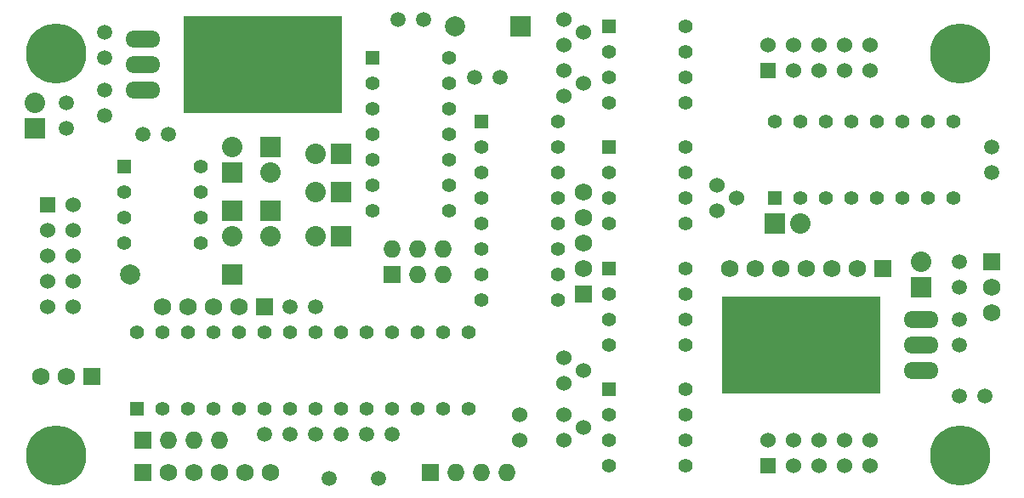
<source format=gts>
%FSLAX36Y36*%
G04 Gerber Fmt 3.6, Leading zero omitted, Abs format (unit inch)*
G04 Created by KiCad (PCBNEW (2014-jul-16 BZR unknown)-product) date Thu 30 Oct 2014 09:58:48 AM PDT*
%MOIN*%
G01*
G04 APERTURE LIST*
%ADD10C,0.003937*%
%ADD11C,0.059100*%
%ADD12C,0.078700*%
%ADD13R,0.078700X0.078700*%
%ADD14C,0.236220*%
%ADD15R,0.068000X0.068000*%
%ADD16C,0.068000*%
%ADD17R,0.060000X0.060000*%
%ADD18C,0.060000*%
%ADD19O,0.068000X0.068000*%
%ADD20R,0.055000X0.055000*%
%ADD21C,0.055000*%
%ADD22O,0.137800X0.066900*%
%ADD23R,0.620000X0.380000*%
%ADD24R,0.080000X0.080000*%
%ADD25O,0.080000X0.080000*%
G04 APERTURE END LIST*
D10*
D11*
X4325000Y-4050000D03*
X4325000Y-4150000D03*
X4175000Y-4425000D03*
X4175000Y-4325000D03*
X4325000Y-4375000D03*
X4325000Y-4275000D03*
X4950000Y-5625000D03*
X5050000Y-5625000D03*
D12*
X4425000Y-5000000D03*
D13*
X4825000Y-5000000D03*
D14*
X4133858Y-4133858D03*
X7677165Y-4133858D03*
X4133858Y-5708661D03*
X7677165Y-5708661D03*
D15*
X7800000Y-4950000D03*
D16*
X7800000Y-5050000D03*
X7800000Y-5150000D03*
D15*
X4275000Y-5400000D03*
D16*
X4175000Y-5400000D03*
X4075000Y-5400000D03*
D17*
X4100000Y-4725000D03*
D18*
X4200000Y-4725000D03*
X4100000Y-4825000D03*
X4200000Y-4825000D03*
X4100000Y-4925000D03*
X4200000Y-4925000D03*
X4100000Y-5025000D03*
X4200000Y-5025000D03*
X4100000Y-5125000D03*
X4200000Y-5125000D03*
D15*
X5600000Y-5775000D03*
D19*
X5700000Y-5775000D03*
X5800000Y-5775000D03*
X5900000Y-5775000D03*
D13*
X5953000Y-4025000D03*
D12*
X5697000Y-4025000D03*
D20*
X6300000Y-4500000D03*
D21*
X6300000Y-4600000D03*
X6300000Y-4700000D03*
X6300000Y-4800000D03*
X6600000Y-4800000D03*
X6600000Y-4700000D03*
X6600000Y-4600000D03*
X6600000Y-4500000D03*
D20*
X6300000Y-4975000D03*
D21*
X6300000Y-5075000D03*
X6300000Y-5175000D03*
X6300000Y-5275000D03*
X6600000Y-5275000D03*
X6600000Y-5175000D03*
X6600000Y-5075000D03*
X6600000Y-4975000D03*
D20*
X6300000Y-5450000D03*
D21*
X6300000Y-5550000D03*
X6300000Y-5650000D03*
X6300000Y-5750000D03*
X6600000Y-5750000D03*
X6600000Y-5650000D03*
X6600000Y-5550000D03*
X6600000Y-5450000D03*
D20*
X5375000Y-4150000D03*
D21*
X5375000Y-4250000D03*
X5375000Y-4350000D03*
X5375000Y-4450000D03*
X5375000Y-4550000D03*
X5375000Y-4650000D03*
X5375000Y-4750000D03*
X5675000Y-4750000D03*
X5675000Y-4650000D03*
X5675000Y-4550000D03*
X5675000Y-4450000D03*
X5675000Y-4350000D03*
X5675000Y-4250000D03*
X5675000Y-4150000D03*
D11*
X5203900Y-5800000D03*
X5396100Y-5800000D03*
D18*
X5950000Y-5550000D03*
X5950000Y-5650000D03*
D11*
X7775000Y-5475000D03*
X7675000Y-5475000D03*
X7675000Y-5050000D03*
X7675000Y-4950000D03*
X7675000Y-5175000D03*
X7675000Y-5275000D03*
X7800000Y-4500000D03*
X7800000Y-4600000D03*
X5250000Y-5625000D03*
X5150000Y-5625000D03*
X5350000Y-5625000D03*
X5450000Y-5625000D03*
X5150000Y-5125000D03*
X5050000Y-5125000D03*
X5475000Y-4000000D03*
X5575000Y-4000000D03*
X5875000Y-4225000D03*
X5775000Y-4225000D03*
D17*
X6925000Y-5750000D03*
D18*
X6925000Y-5650000D03*
X7025000Y-5750000D03*
X7025000Y-5650000D03*
X7125000Y-5750000D03*
X7125000Y-5650000D03*
X7225000Y-5750000D03*
X7225000Y-5650000D03*
X7325000Y-5750000D03*
X7325000Y-5650000D03*
D17*
X6925000Y-4200000D03*
D18*
X6925000Y-4100000D03*
X7025000Y-4200000D03*
X7025000Y-4100000D03*
X7125000Y-4200000D03*
X7125000Y-4100000D03*
X7225000Y-4200000D03*
X7225000Y-4100000D03*
X7325000Y-4200000D03*
X7325000Y-4100000D03*
D15*
X4475000Y-5775000D03*
D16*
X4575000Y-5775000D03*
X4675000Y-5775000D03*
X4775000Y-5775000D03*
X4875000Y-5775000D03*
X4975000Y-5775000D03*
D15*
X5450000Y-5000000D03*
D19*
X5450000Y-4900000D03*
X5550000Y-5000000D03*
X5550000Y-4900000D03*
X5650000Y-5000000D03*
X5650000Y-4900000D03*
D15*
X4475000Y-5650000D03*
D19*
X4575000Y-5650000D03*
X4675000Y-5650000D03*
X4775000Y-5650000D03*
D15*
X7375000Y-4975000D03*
D16*
X7275000Y-4975000D03*
X7175000Y-4975000D03*
X7075000Y-4975000D03*
X6975000Y-4975000D03*
X6875000Y-4975000D03*
X6775000Y-4975000D03*
D15*
X6200000Y-5075000D03*
D16*
X6200000Y-4975000D03*
X6200000Y-4875000D03*
X6200000Y-4775000D03*
X6200000Y-4675000D03*
D20*
X5800000Y-4400000D03*
D21*
X5800000Y-4500000D03*
X5800000Y-4600000D03*
X5800000Y-4700000D03*
X5800000Y-4800000D03*
X5800000Y-4900000D03*
X5800000Y-5000000D03*
X5800000Y-5100000D03*
X6100000Y-5100000D03*
X6100000Y-5000000D03*
X6100000Y-4900000D03*
X6100000Y-4800000D03*
X6100000Y-4700000D03*
X6100000Y-4600000D03*
X6100000Y-4500000D03*
X6100000Y-4400000D03*
D15*
X4950000Y-5125000D03*
D16*
X4850000Y-5125000D03*
X4750000Y-5125000D03*
X4650000Y-5125000D03*
X4550000Y-5125000D03*
D20*
X6300000Y-4025000D03*
D21*
X6300000Y-4125000D03*
X6300000Y-4225000D03*
X6300000Y-4325000D03*
X6600000Y-4325000D03*
X6600000Y-4225000D03*
X6600000Y-4125000D03*
X6600000Y-4025000D03*
D22*
X7525000Y-5275000D03*
X7525000Y-5375000D03*
X7525000Y-5175000D03*
D23*
X7055000Y-5275000D03*
D20*
X6950000Y-4700000D03*
D21*
X7050000Y-4700000D03*
X7150000Y-4700000D03*
X7250000Y-4700000D03*
X7350000Y-4700000D03*
X7450000Y-4700000D03*
X7550000Y-4700000D03*
X7650000Y-4700000D03*
X7650000Y-4400000D03*
X7550000Y-4400000D03*
X7450000Y-4400000D03*
X7350000Y-4400000D03*
X7250000Y-4400000D03*
X7150000Y-4400000D03*
X7050000Y-4400000D03*
X6950000Y-4400000D03*
D22*
X4475000Y-4175000D03*
X4475000Y-4075000D03*
X4475000Y-4275000D03*
D23*
X4945000Y-4175000D03*
D20*
X4400000Y-4575000D03*
D21*
X4400000Y-4675000D03*
X4400000Y-4775000D03*
X4400000Y-4875000D03*
X4700000Y-4875000D03*
X4700000Y-4775000D03*
X4700000Y-4675000D03*
X4700000Y-4575000D03*
X4550000Y-5525000D03*
X4650000Y-5525000D03*
X4750000Y-5525000D03*
X4850000Y-5525000D03*
X4950000Y-5525000D03*
X5050000Y-5525000D03*
X5150000Y-5525000D03*
X5250000Y-5525000D03*
X5350000Y-5525000D03*
X5450000Y-5525000D03*
X5550000Y-5525000D03*
X5650000Y-5525000D03*
X5750000Y-5525000D03*
D20*
X4450000Y-5525000D03*
D21*
X5750000Y-5225000D03*
X5650000Y-5225000D03*
X5550000Y-5225000D03*
X5450000Y-5225000D03*
X5350000Y-5225000D03*
X5250000Y-5225000D03*
X5150000Y-5225000D03*
X5050000Y-5225000D03*
X4950000Y-5225000D03*
X4850000Y-5225000D03*
X4750000Y-5225000D03*
X4650000Y-5225000D03*
X4550000Y-5225000D03*
X4450000Y-5225000D03*
D24*
X5250000Y-4850000D03*
D25*
X5150000Y-4850000D03*
D24*
X5250000Y-4675000D03*
D25*
X5150000Y-4675000D03*
D24*
X5250000Y-4525000D03*
D25*
X5150000Y-4525000D03*
D24*
X4050000Y-4425000D03*
D25*
X4050000Y-4325000D03*
D24*
X4975000Y-4750000D03*
D25*
X4975000Y-4850000D03*
D24*
X4975000Y-4500000D03*
D25*
X4975000Y-4600000D03*
D24*
X4825000Y-4600000D03*
D25*
X4825000Y-4500000D03*
D24*
X4825000Y-4750000D03*
D25*
X4825000Y-4850000D03*
D24*
X6950000Y-4800000D03*
D25*
X7050000Y-4800000D03*
D24*
X7525000Y-5050000D03*
D25*
X7525000Y-4950000D03*
D11*
X4575000Y-4450000D03*
X4475000Y-4450000D03*
D18*
X6125000Y-4000000D03*
X6200000Y-4050000D03*
X6125000Y-4100000D03*
X6125000Y-4200000D03*
X6200000Y-4250000D03*
X6125000Y-4300000D03*
X6125000Y-5550000D03*
X6200000Y-5600000D03*
X6125000Y-5650000D03*
X6125000Y-5325000D03*
X6200000Y-5375000D03*
X6125000Y-5425000D03*
X6725000Y-4650000D03*
X6800000Y-4700000D03*
X6725000Y-4750000D03*
M02*

</source>
